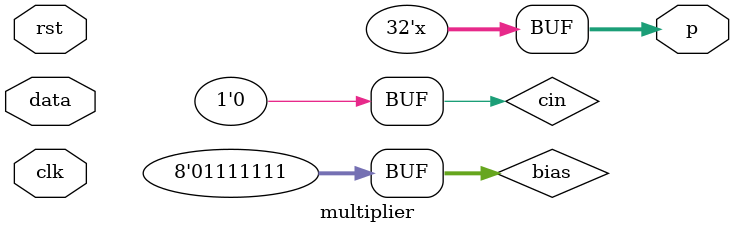
<source format=v>
`timescale 1ns / 1ps

module multiplier(clk, rst, data, p);
    parameter N = 32, M = 64;
    input clk, rst;
    input [M-1:0] data;
    output reg [N-1:0] p;
    
    //reg [N-1:0] a, b;
    reg [2:0] state, nextstate;
    reg [N-1:0] a_mant, b_mant;  // temporary mantissa for multiplication
    reg [22:0] mantissa;  // Final mantissa
    reg [7:0] a_exp, b_exp, exponent;  // exponents for a and b, final exponent
    reg p_sign;  // Final sign
    reg [7:0] bias = 8'h7f;  // Bias that is used to subtract from added exponents
    
    //reg start;
    reg [7:0] exponent_temp;  // temporary exponent for subtracting bias
    reg [M-1:0] mantissa_product; // product of multipllying mantissa
    reg cin = 0;
    
    wire round_bit, sticky_bit, msb_s;  // Sticky bit, round bit, and msb of sticky bits
    wire [7:0] exponent_temp_w1, exponent_temp_w2;  // temporary wires for exponents for calculations
    wire [M-1:0] mantissa_product_w1;  // wire for calculations
    wire [22:0] mantissa_product_w2;  // mantissa after rounding and truncation
    wire carry_bit1, carrybit2;
    
    // Add exponents, subtract bias
    cla_tree i0(a_exp, b_exp, cin, exponent_temp_w1, carry_bit1);
    sub i1(exponent_temp, bias, exponent_temp_w2, overflow);
    
    // Multiply mantissas
    wallace_tree_32_bit i2(a_mant, b_mant, mantissa_product_w1);
    
    // Get sticky/round bits
    round_sticky i3(mantissa_product, round_bit, sticky_bit, msb_s, mantissa_product_w2);
    
    // Check corner case
    // INF: exponent = 11111111
    // Overflow: exponent = 11111111 after calculations
    // NaN: exponent all 1, mantissa not zero
    
    parameter 
        IDLE = 3'b000,
        START = 3'b001,
        CORNER = 3'b010,
        FLOW = 3'b011,
        ADD = 3'b100,     
        MULT = 3'b101,
        ROUND = 3'b110,
        DONE = 3'b111;
        
     always @(posedge clk or posedge rst) begin
        if(rst) 
            state <= IDLE;
        else
            state <= nextstate; end
     
     always @(state) begin
        case(state)
            IDLE: begin
                p_sign = 0;
                a_exp = 0;
                b_exp = 0;
                a_mant = 0;
                b_mant = 0;
                nextstate = START; end
             
            START: begin
                p_sign = data[63] ^ data[31];  
                a_exp = data[62:55];        
                b_exp = data[30:23];        
                a_mant = {1'b1, data[54:32]};
                b_mant = {1'b1, data[22:0]};
                nextstate = CORNER; end
                
            CORNER: begin
                // Special Values
                if((a_exp == 8'hFF && a_mant == 23'h0) || (b_exp == 8'hFF && b_mant == 23'h0)) begin
                    // Represents infinity. Can be negative or positive
                    exponent = 8'hFF;  // All 1's
                    mantissa = 23'h7FFFFF;  // All 1's
                    nextstate = DONE;
                    end
                else if((a_exp == 8'hFF && a_mant != 0) || (b_exp == 8'hFF && b_mant != 0)) begin
                    // Represents infinity when mantissa's are greater than 0
                    exponent = 8'hFF;  // All 0's
                    mantissa = 23'h7FFFFF;  // All 0's
                    nextstate = DONE; 
                    end   
                // Denormalized
                else if((a_exp == 8'h00 && a_mant == 23'h0) || (b_exp == 8'h00 && b_mant == 23'h0)) begin
                    // Represents zero. Can be negative.
                    p_sign = 0;
                    exponent = 0;
                    mantissa = 0;
                    nextstate = DONE; 
                    end
                else if((a_exp == 8'h00 && a_mant != 0) || (b_exp == 8'h00 && b_mant != 0)) begin
                    // Numbers very close to zero. 
                    // Loses preceision as they get smaller -> gradual underflow
                    p_sign = 0;
                    exponent = 0;
                    mantissa = 0;
                    nextstate = DONE; 
                    end
                else  
                    nextstate = FLOW; end  
                    
            FLOW: begin 
                // Underflow
                if({carry_bit1, exponent_temp_w1} < 8'h7E) begin
                    p_sign = 0;
                    exponent = 0;
                    mantissa = 0;
                    nextstate = DONE; end
                // Overflow
                else if({carry_bit1, exponent_temp_w1} > 9'h17F) begin
                    exponent = 8'hFF;  // All 1's
                    mantissa = 23'h7FFFFF;  // All 1's
                    nextstate = DONE; end
                else
                    nextstate = ADD; end
                    
            ADD: begin
                exponent_temp = exponent_temp_w1;
                mantissa_product = mantissa_product_w1;
                nextstate = MULT; end
                
            MULT: begin
                if(mantissa_product_w1[47]) begin
                    exponent = exponent_temp_w2 + 1'b1;
                    nextstate = ROUND; end
                else begin
                    exponent = exponent_temp_w2 - 1'b1;
                    nextstate = ROUND; end end
                
            ROUND: begin
                if(p_sign == 0 && (round_bit | sticky_bit))  
                    mantissa = mantissa_product_w2 + 1'b1;
                else
                    mantissa = mantissa_product_w2;
                nextstate = DONE; end
                                            
            DONE: begin
                p = {p_sign, exponent, mantissa}; 
                nextstate = IDLE; end
            endcase
        end

endmodule
</source>
